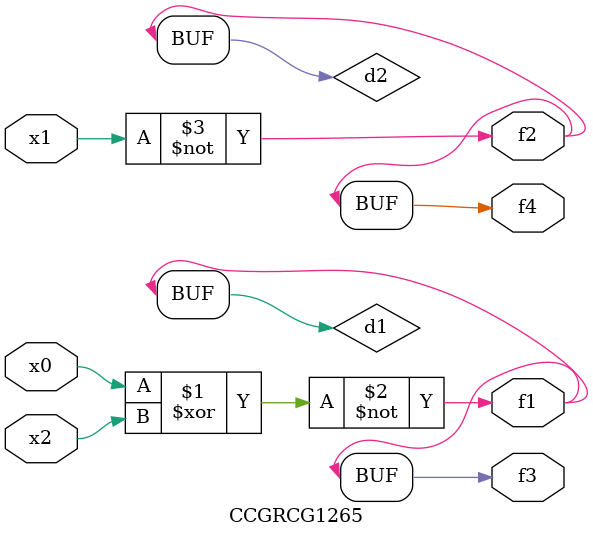
<source format=v>
module CCGRCG1265(
	input x0, x1, x2,
	output f1, f2, f3, f4
);

	wire d1, d2, d3;

	xnor (d1, x0, x2);
	nand (d2, x1);
	nor (d3, x1, x2);
	assign f1 = d1;
	assign f2 = d2;
	assign f3 = d1;
	assign f4 = d2;
endmodule

</source>
